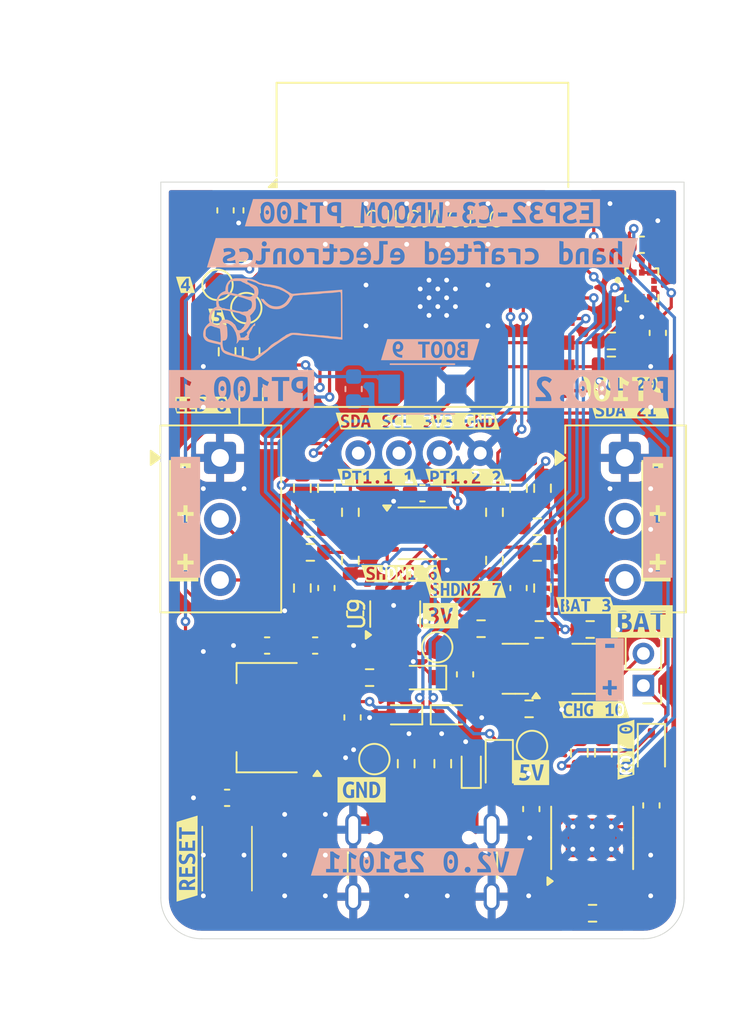
<source format=kicad_pcb>
(kicad_pcb (version 20241229) (generator "pcbnew") (generator_version "9.0")
  (title_block (comment 4 "AISLER Project ID: GSYNATTN"))
  (layers (0 "F.Cu" signal) (2 "B.Cu" signal) (13 "F.Paste" user) (15 "B.Paste" user) (5 "F.SilkS" user "F.Silkscreen") (7 "B.SilkS" user "B.Silkscreen") (1 "F.Mask" user) (3 "B.Mask" user) (25 "Edge.Cuts" user))
  (net 0 "")
  (net 1 "+5V")
  (net 2 "GND")
  (net 3 "+3.3V")
  (net 4 "/Controller/GPIO9")
  (net 5 "/Controller/EN")
  (net 6 "/Controller/USB-")
  (net 7 "Net-(D5-A)")
  (net 8 "/Controller/USB+")
  (net 9 "/Controller/GPIO8")
  (net 12 "Net-(J4-CC2)")
  (net 13 "Net-(J4-CC1)")
  (net 14 "/Power Supply/battery+")
  (net 15 "Net-(J5-Pin_2)")
  (net 16 "Net-(J6-Pin_2)")
  (net 17 "Net-(U4A--)")
  (net 18 "Net-(U4B--)")
  (net 19 "/Controller/PT100_2")
  (net 20 "/Controller/PT100_1")
  (net 21 "/Controller/SHDN2")
  (net 22 "/Controller/SHDN1")
  (net 23 "/Controller/I2C_SDA")
  (net 24 "/Controller/I2C_SCL")
  (net 25 "USB5V")
  (net 26 "/Power Supply/battery-")
  (net 27 "Net-(U3-VCC)")
  (net 28 "Net-(Q1A-D)")
  (net 29 "Net-(Q1B-G)")
  (net 30 "Net-(Q1A-G)")
  (net 31 "Net-(U3-CS)")
  (net 32 "Net-(U6-ISET)")
  (net 33 "/Controller/CHARGING")
  (net 34 "/Controller/UBAT")
  (net 37 "+1.8V")
  (net 38 "Net-(D6-A)")
  (net 40 "Net-(U1-IO5)")
  (net 41 "/Controller/READY")
  (net 42 "Net-(U1-IO4)")
  (net 43 "Net-(U4A-+)")
  (net 44 "Net-(R10-Pad1)")
  (net 45 "Net-(U4B-+)")
  (net 46 "Net-(R13-Pad1)")
  (net 47 "Net-(J5-Pin_3)")
  (net 48 "Net-(J6-Pin_3)")
  (footprint "Resistor_SMD:R_0603_1608Metric" (layer "F.Cu") (at 148.3 77.69 -90)
    (property "Reference" "R26" (hide yes))
    (property "Value" "3K3")
  )
  (footprint "Resistor_SMD:R_0603_1608Metric" (layer "F.Cu") (at 147.975 81.69 180)
    (property "Reference" "R14" (hide yes))
    (property "Value" "10K")
  )
  (footprint "kibuzzard-68EE7166" (layer "F.Cu") (at 126 65)
    (property "Reference" "kibuzzard-68EE7166" (hide yes))
    (property "Value" "G***" (hide yes))
  )
  (footprint "Diode_SMD:D_SOD-323" (layer "F.Cu") (at 155.1 94 -90)
    (property "Reference" "D8" (hide yes))
    (property "Value" "1N5819WS")
  )
  (footprint "Resistor_SMD:R_0603_1608Metric" (layer "F.Cu") (at 152.6 70)
    (property "Reference" "R22" (hide yes))
    (property "Value" "10k")
  )
  (footprint "Capacitor_SMD:C_0603_1608Metric" (layer "F.Cu") (at 128.5 60.358 -90)
    (property "Reference" "C4" (hide yes))
    (property "Value" "10u 25V")
  )
  (footprint "Resistor_SMD:R_0603_1608Metric" (layer "F.Cu") (at 150.6 94.2 -90)
    (property "Reference" "R18" (hide yes))
    (property "Value" "10K")
  )
  (footprint "Resistor_SMD:R_0603_1608Metric" (layer "F.Cu") (at 137.5 89.5)
    (property "Reference" "R3" (hide yes))
    (property "Value" "5k1")
  )
  (footprint "Resistor_SMD:R_0603_1608Metric" (layer "F.Cu") (at 136.3 82.19 -90)
    (property "Reference" "R29" (hide yes))
    (property "Value" "1M")
  )
  (footprint "Capacitor_SMD:C_0603_1608Metric" (layer "F.Cu") (at 155.1 97.475 -90)
    (property "Reference" "C13" (hide yes))
    (property "Value" "4u7")
  )
  (footprint "kibuzzard-68E98065" (layer "F.Cu") (at 127 72.5)
    (property "Reference" "kibuzzard-68E98065" (hide yes))
    (property "Value" "G***" (hide yes))
  )
  (footprint "Connector_PinHeader_2.00mm:PinHeader_1x02_P2.00mm_Vertical" (layer "F.Cu") (at 154.6 90 180)
    (property "Reference" "J8" (hide yes))
    (property "Value" "Conn_01x02_Pin")
  )
  (footprint "Resistor_SMD:R_0603_1608Metric" (layer "F.Cu") (at 152.6 68.5)
    (property "Reference" "R23" (hide yes))
    (property "Value" "10k")
  )
  (footprint "Capacitor_SMD:C_0603_1608Metric" (layer "F.Cu") (at 134.1 87.5)
    (property "Reference" "C3" (hide yes))
    (property "Value" "100n")
  )
  (footprint "Resistor_SMD:R_0603_1608Metric" (layer "F.Cu") (at 151.425 104.2)
    (property "Reference" "R16" (hide yes))
    (property "Value" "10K")
  )
  (footprint "Capacitor_SMD:C_0603_1608Metric" (layer "F.Cu") (at 154.5 62.5)
    (property "Reference" "C15" (hide yes))
    (property "Value" "100n")
  )
  (footprint "_PS_LIB_PCB:Xunpu TS-1088" (layer "F.Cu") (at 128.6 100.792 90)
    (property "Reference" "SW2" (hide yes))
    (property "Value" "SW_MEC_5G")
  )
  (footprint "TestPoint:TestPoint_Pad_D1.5mm" (layer "F.Cu") (at 141.726639 87.605882)
    (property "Reference" "TP4" (hide yes))
    (property "Value" "TestPoint")
  )
  (footprint "TestPoint:TestPoint_Pad_D1.5mm" (layer "F.Cu") (at 137.797625 94.584547)
    (property "Reference" "TP3" (hide yes))
    (property "Value" "TestPoint")
  )
  (footprint "Resistor_SMD:R_0603_1608Metric" (layer "F.Cu") (at 139.784 94.87 90)
    (property "Reference" "R2" (hide yes))
    (property "Value" "5k1")
  )
  (footprint "kibuzzard-68EE71C0" (layer "F.Cu") (at 153.511829 94 90)
    (property "Reference" "kibuzzard-68EE71C0" (hide yes))
    (property "Value" "G***" (hide yes))
  )
  (footprint "Resistor_SMD:R_0603_1608Metric" (layer "F.Cu") (at 133.3 83.915 90)
    (property "Reference" "R27" (hide yes))
    (property "Value" "3K3")
  )
  (footprint "TerminalBlock_Phoenix:TerminalBlock_Phoenix_MKDS-1-3-3.81_1x03_P3.81mm_Horizontal" (layer "F.Cu") (at 153.44 75.792 -90)
    (property "Reference" "J6" (hide yes))
    (property "Value" "Conn_01x03_Socket")
  )
  (footprint "Resistor_SMD:R_0603_1608Metric" (layer "F.Cu") (at 151.275 86.5)
    (property "Reference" "R21" (hide yes))
    (property "Value" "100K")
  )
  (footprint "Resistor_SMD:R_0603_1608Metric" (layer "F.Cu") (at 130.1 69.175 90)
    (property "Reference" "R6" (hide yes))
    (property "Value" "5k1")
  )
  (footprint "Capacitor_SMD:C_0603_1608Metric" (layer "F.Cu") (at 130.132 60.358 -90)
    (property "Reference" "C5" (hide yes))
    (property "Value" "100n")
  )
  (footprint "Resistor_SMD:R_0603_1608Metric" (layer "F.Cu") (at 147.975 80.09 180)
    (property "Reference" "R13" (hide yes))
    (property "Value" "10K")
  )
  (footprint "Resistor_SMD:R_0603_1608Metric" (layer "F.Cu") (at 134.8 77.69 90)
    (property "Reference" "R10" (hide yes))
    (property "Value" "91R")
  )
  (footprint "Capacitor_SMD:C_0603_1608Metric" (layer "F.Cu") (at 147.6 97.7 -90)
    (property "Reference" "C6" (hide yes))
    (property "Value" "100n")
  )
  (footprint "Resistor_SMD:R_0603_1608Metric" (layer "F.Cu") (at 148.1 86.5)
    (property "Reference" "R20" (hide yes))
    (property "Value" "100K")
  )
  (footprint "kibuzzard-68E97FD1" (layer "F.Cu") (at 151 85)
    (property "Reference" "kibuzzard-68E97FD1" (hide yes))
    (property "Value" "G***" (hide yes))
  )
  (footprint "BMP388:PQFN50P200X200X80-10N" (layer "F.Cu") (at 154.5 65)
    (property "Reference" "U8" (hide yes))
    (property "Value" "BMP388")
  )
  (footprint "Capacitor_SMD:C_0603_1608Metric" (layer "F.Cu") (at 155.5 68 -90)
    (property "Reference" "C16" (hide yes))
    (property "Value" "100n")
  )
  (footprint "RF_Module:ESP32-C3-WROOM-02" (layer "F.Cu") (at 140.8 65.608)
    (property "Reference" "U1" (hide yes))
    (property "Value" "ESP32-C3-WROOM-02")
  )
  (footprint "Diode_SMD:D_SOD-323" (layer "F.Cu") (at 145.6 95 -90)
    (property "Reference" "D2" (hide yes))
    (property "Value" "1N5819WS")
  )
  (footprint "Resistor_SMD:R_0603_1608Metric" (layer "F.Cu") (at 133.8 81.69)
    (property "Reference" "R9" (hide yes))
    (property "Value" "10K")
  )
  (footprint "kibuzzard-68E98172" (layer "F.Cu") (at 153.5 72)
    (property "Reference" "kibuzzard-68E98172" (hide yes))
    (property "Value" "G***" (hide yes))
  )
  (footprint "Resistor_SMD:R_0603_1608Metric" (layer "F.Cu") (at 145.3 82.19 -90)
    (property "Reference" "R12" (hide yes))
    (property "Value" "1M")
  )
  (footprint "Diode_SMD:D_SOD-523" (layer "F.Cu") (at 139.53 91.822 180)
    (property "Reference" "D1" (hide yes))
    (property "Value" "LESD5D5.0CT1G")
  )
  (footprint "kibuzzard-679A5C2F" (layer "F.Cu") (at 126.1 100.792 90)
    (property "Reference" "kibuzzard-679A5C2F" (hide yes))
    (property "Value" "G***" (hide yes))
  )
  (footprint "Resistor_SMD:R_0603_1608Metric" (layer "F.Cu") (at 152.1 94.2 -90)
    (property "Reference" "R19" (hide yes))
    (property "Value" "10K")
  )
  (footprint "Package_TO_SOT_SMD:SOT-23-6" (layer "F.Cu") (at 146.6 88.95 180)
    (property "Reference" "U3" (hide yes))
    (property "Value" "DW01A")
  )
  (footprint "Resistor_SMD:R_0603_1608Metric" (layer "F.Cu") (at 136.3 79.19 90)
    (property "Reference" "R17" (hide yes))
    (property "Value" "1M")
  )
  (footprint "Resistor_SMD:R_0603_1608Metric" (layer "F.Cu") (at 144.4625 86.45 180)
    (property "Reference" "R7" (hide yes))
    (property "Value" "100R")
  )
  (footprint "Capacitor_SMD:C_0603_1608Metric" (layer "F.Cu") (at 136.434 91.987 -90)
    (property "Reference" "C1" (hide yes))
    (property "Value" "10u 25V")
  )
  (footprint "kibuzzard-68E9870E" (layer "F.Cu") (at 147.608008 95.425975)
    (property "Reference" "kibuzzard-68E9870E" (hide yes))
    (property "Value" "G***" (hide yes))
  )
  (footprint "Resistor_SMD:R_0603_1608Metric" (layer "F.Cu") (at 133.3 77.69 -90)
    (property "Reference" "R28" (hide yes))
    (property "Value" "3K3")
  )
  (footprint "Resistor_SMD:R_0603_1608Metric" (layer "F.Cu") (at 128.6 69.175 -90)
    (property "Reference" "R5" (hide yes))
    (property "Value" "10k")
  )
  (footprint "Package_SO:SOIC-8-1EP_3.9x4.9mm_P1.27mm_EP2.41x3.3mm_ThermalVias" (layer "F.Cu") (at 151.4 99.5 90)
    (property "Reference" "U6" (hide yes))
    (property "Value" "TP4056")
  )
  (footprint "LED_SMD:LED_0603_1608Metric" (layer "F.Cu") (at 140.8 89.5 180)
    (property "Reference" "D5" (hide yes))
    (property "Value" "LED Rot")
  )
  (footprint "kibuzzard-68EE716B" (layer "F.Cu") (at 128 67)
    (property "Reference" "kibuzzard-68EE716B" (hide yes))
    (property "Value" "G***" (hide yes))
  )
  (footprint "Package_TO_SOT_SMD:SOT-223-3_TabPin2" (layer "F.Cu") (at 131.1 92 180)
    (property "Reference" "U2" (hide yes))
    (property "Value" "AMS1117-3.3")
  )
  (footprint "Resistor_SMD:R_0603_1608Metric" (layer "F.Cu") (at 148.3 83.915 90)
    (property "Reference" "R24" (hide yes))
    (property "Value" "3K3")
  )
  (footprint "Connector_USB:USB_C_Receptacle_GCT_USB4105-xx-A_16P_TopMnt_Horizontal" (layer "F.Cu") (at 140.8 102.092)
    (property "Reference" "J4" (hide yes))
    (property "Value" "USB_C_Receptacle_USB2.0_16P")
  )
  (footprint "LED_SMD:LED_0603_1608Metric" (layer "F.Cu") (at 130.1 72.2485 90)
    (property "Reference" "D6" (hide yes))
    (property "Value" "LED Blau")
  )
  (footprint "TestPoint:TestPoint_Pad_D1.5mm" (layer "F.Cu") (at 129.7987 66.449915)
    (property "Reference" "TP2" (hide yes))
    (property "Value" "TestPoint")
  )
  (footprint "Diode_SMD:D_SOD-523" (layer "F.Cu") (at 143.848 95.124 90)
    (property "Reference" "D4" (hide yes))
    (property "Value" "LESD5D5.0CT1G")
  )
  (footprint "Package_SO:VSSOP-10_3x3mm_P0.5mm" (layer "F.Cu") (at 140.8 80.5)
    (property "Reference" "U4" (hide yes))
    (property "Value" "TLV9002S")
  )
  (footprint "TestPoint:TestPoint_Pad_D1.5mm" (layer "F.Cu") (at 147.647283 93.766579)
    (property "Reference" "TP5" (hide yes))
    (property "Value" "TestPoint")
  )
  (footprint "Resistor_SMD:R_0603_1608Metric" (layer "F.Cu") (at 146.8 77.69 90)
    (property "Reference" "R15" (hide yes))
    (property "Value" "91R")
  )
  (footprint "Resistor_SMD:R_0603_1608Metric" (layer "F.Cu") (at 145.3 79.19 90)
    (property "Reference" "R25" (hide yes))
    (property "Value" "1M")
  )
  (footprint "kibuzzard-68E98035" (layer "F.Cu") (at 143.5 84)
    (property "Reference" "kibuzzard-68E98035" (hide yes))
    (property "Value" "G***" (hide yes))
  )
  (footprint "Capacitor_SMD:C_0603_1608Metric" (layer "F.Cu") (at 134.8 83.915 -90)
    (property "Reference" "C11" (hide yes))
    (property "Value" "10n")
  )
  (footprint "kibuzzard-68E97FF2" (layer "F.Cu") (at 139.5 83)
    (property "Reference" "kibuzzard-68E97FF2" (hide yes))
    (property "Value" "G***" (hide yes))
  )
  (footprint "kibuzzard-68E98378" (layer "F.Cu") (at 155.391151 79.715915)
    (property "Reference" "kibuzzard-68E98378" (hide yes))
    (property "Value" "G***" (hide yes))
  )
  (footprint "Resistor_SMD:R_0603_1608Metric" (layer "F.Cu") (at 142.07 94.87 90)
    (property "Reference" "R1" (hide yes))
    (property "Value" "5k1")
  )
  (footprint "Package_TO_SOT_SMD:SOT-23-5" (layer "F.Cu") (at 139.1 85.5375 90)
    (property "Reference" "U9")
    (property "Value" "XC6220B181MR")
  )
  (footprint "kibuzzard-68E980D7" (layer "F.Cu") (at 140.5 73.5)
    (property "Reference" "kibuzzard-68E980D7" (hide yes))
    (property "Value" "G***" (hide yes))
  )
  (footprint "Diode_SMD:D_SOD-523" (layer "F.Cu") (at 142.578 91.822)
    (property "Reference" "D3" (hide yes))
    (property "Value" "LESD5D5.0CT1G")
  )
  (footprint "TestPoint:TestPoint_Pad_D1.5mm" (layer "F.Cu") (at 128 65)
    (property "Reference" "TP1" (hide yes))
    (property "Value" "TestPoint")
  )
  (footprint "kibuzzard-68EE7185" (layer "F.Cu") (at 138 77)
    (property "Reference" "kibuzzard-68EE7185" (hide yes))
    (property "Value" "G***" (hide yes))
  )
  (footprint "Capacitor_SMD:C_0603_1608Metric" (layer "F.Cu") (at 128.6 97 180)
    (property "Reference" "C8" (hide yes))
    (property "Value" "100n")
  )
  (footprint "TerminalBlock_Phoenix:TerminalBlock_Phoenix_MKDS-1-3-3.81_1x03_P3.81mm_Horizontal" (layer "F.Cu") (at 128.16 75.792 -90)
    (property "Reference" "J5" (hide yes))
    (property "Value" "Conn_01x03_Socket")
  )
  (footprint "kibuzzard-68E986B5" (layer "F.Cu") (at 141.932836 85.64058)
    (property "Reference" "kibuzzard-68E986B5" (hide yes))
    (property "Value" "G***" (hide yes))
  )
  (footprint "Capacitor_SMD:C_0603_1608Metric" (layer "F.Cu") (at 136.6 85.5 -90)
    (property "Reference" "C14" (hide yes))
    (property "Value" "100n")
  )
  (footprint "Capacitor_SMD:C_0603_1608Metric" (layer "F.Cu") (at 146.8 83.915 -90)
    (property "Reference" "C12" (hide yes))
    (property "Value" "10n")
  )
  (footprint "Package_TO_SOT_SMD:SOT-23-6" (layer "F.Cu") (at 150.9625 88.95 180)
    (property "Reference" "Q1" (hide yes))
    (property "Value" "Dual_NMOS_8205A")
  )
  (footprint "Resistor_SMD:R_0603_1608Metric" (layer "F.Cu") (at 147.4625 91.45)
    (property "Reference" "R8" (hide yes))
    (property "Value" "1K")
  )
  (footprint "kibuzzard-68E986EB" (layer "F.Cu") (at 137 96.5)
    (property "Reference" "kibuzzard-68E986EB" (hide yes))
    (property "Value" "G***" (hide yes))
  )
  (footprint "Capacitor_SMD:C_0603_1608Metric" (layer "F.Cu") (at 143.4625 89.3 -90)
    (property "Reference" "C9" (hide yes))
    (property "Value" "100n")
  )
  (footprint "Resistor_SMD:R_0603_1608Metric" (layer "F.Cu") (at 133.8 80.19)
    (property "Reference" "R11" (hide yes))
    (property "Value" "10K")
  )
  (footprint "kibuzzard-68E98378" (layer "F.Cu") (at 125.891151 79.715915)
    (property "Reference" "kibuzzard-68E98378" (hide yes))
    (property "Value" "G***" (hide yes))
  )
  (footprint "kibuzzard-68EE718D" (layer "F.Cu") (at 143.5 77)
    (property "Reference" "kibuzzard-68EE718D" (hide yes))
    (property "Value" "G***" (hide yes))
  )
  (footprint "Capacitor_SMD:C_0603_1608Metric" (layer "F.Cu") (at 131.1 87.5 180)
    (property "Reference" "C2" (hide yes))
    (property "Value" "10u 25V")
  )
  (footprint "kibuzzard-68EE71B1" (layer "F.Cu") (at 151.5 91.5)
    (property "Reference" "kibuzzard-68EE71B1" (hide yes))
    (property "Value" "G***" (hide yes))
  )
  (footprint "kibuzzard-68E985AE" (layer "F.Cu") (at 154.5 86)
    (property "Reference" "kibuzzard-68E985AE" (hide yes))
    (property "Value" "G***" (hide yes))
  )
  (footprint "Resistor_SMD:R_0603_1608Metric" (layer "F.Cu") (at 129.5 62.97547 180)
    (property "Reference" "R4" (hide yes))
    (property "Value" "10k")
  )
  (footprint "Capacitor_SMD:C_0603_1608Metric" (layer "F.Cu") (at 140.8 78 180)
    (property "Reference" "C10" (hide yes))
    (property "Value" "100n")
  )
  (footprint "kibuzzard-68EE7E4D" (layer "B.Cu") (at 126 79.5 180)
    (property "Reference" "kibuzzard-68EE7E4D" (hide yes))
    (property "Value" "G***" (hide yes))
  )
  (footprint "Capacitor_SMD:C_0603_1608Metric" (layer "B.Cu") (at 136.5 71.5 -90)
    (property "Reference" "C7" (hide yes))
    (property "Value" "100n")
  )
  (footprint "_PS_LIB_PCB:Xunpu TS-1088" (layer "B.Cu") (at 140.8 71.5 180)
    (property "Reference" "SW1" (hide yes))
    (property "Value" "SW_MEC_5G")
  )
  (footprint "kibuzzard-68E97F46" (layer "B.Cu") (at 141.285445 69.04351 180)
    (property "Reference" "kibuzzard-68E97F46" (hide yes))
    (property "Value" "G***" (hide yes))
  )
  (footprint "kibuzzard-679A571E" (layer "B.Cu") (at 140.8 63 180)
    (property "Reference" "kibuzzard-679A571E" (hide yes))
    (property "Value" "G***" (hide yes))
  )
  (footprint "kibuzzard-68E983D3" (layer "B.Cu") (at 129.5 71.5 180)
    (property "Reference" "kibuzzard-68E983D3" (hide yes))
    (property "Value" "G***" (hide yes))
  )
  (footprint "kibuzzard-68E983DB" (layer "B.Cu") (at 152 71.5 180)
    (property "Reference" "kibuzzard-68E983DB" (hide yes))
    (property "Value" "G***" (hide yes))
  )
  (footprint "kibuzzard-68EE7E42" (layer "B.Cu") (at 155.5 79.5 180)
    (property "Reference" "kibuzzard-68EE7E42" (hide yes))
    (property "Value" "G***" (hide yes))
  )
  (footprint "kibuzzard-68E9858B" (layer "B.Cu") (at 152.5 89 180)
    (property "Reference" "kibuzzard-68E9858B" (hide yes))
    (property "Value" "G***" (hide yes))
  )
  (footprint "kibuzzard-68E9848D" (layer "B.Cu") (at 140.8 60.5 180)
    (property "Reference" "kibuzzard-68E9848D" (hide yes))
    (property "Value" "G***" (hide yes))
  )
  (footprint "_PS_LIB_PCB:Faust_logo" (layer "B.Cu") (at 131.5 67 -90)
    (property "Reference" "G***" (hide yes))
    (property "Value" "LOGO" (hide yes))
  )
  (footprint "kibuzzard-68E98408" (layer "B.Cu") (at 140.5 101 180)
    (property "Reference" "kibuzzard-68E98408" (hide yes))
    (property "Value" "G***" (hide yes))
  )
  (footprint "_PS_LIB_PCB:SSD1306_0.96_Oled" (layer "B.Cu") (at 140.6 87 180)
    (property "Reference" "U5" (hide yes))
    (property "Value" "OLED_SSD1306")
  )
  (gr_line (start 124.46 58.592) (end 157.14 58.592) (stroke (width 0.05)) (layer "Edge.Cuts"))
  (gr_arc (start 127 105.792) (mid 125.203949 105.048051) (end 124.46 103.252) (stroke (width 0.05)) (layer "Edge.Cuts"))
  (gr_line (start 154.6 105.792) (end 127 105.792) (stroke (width 0.05)) (layer "Edge.Cuts"))
  (gr_line (start 124.46 103.252) (end 124.46 58.592) (stroke (width 0.05)) (layer "Edge.Cuts"))
  (gr_arc (start 157.14 103.252) (mid 156.396051 105.048051) (end 154.6 105.792) (stroke (width 0.05)) (layer "Edge.Cuts"))
  (gr_line (start 157.14 58.592) (end 157.14 103.252) (stroke (width 0.05)) (layer "Edge.Cuts"))
  (gr_text "JLCJLCJLCJLC" (at 135.5 61.5 0) (layer "F.SilkS") (effects (font (size 1 1) (thickness 0.1)) (justify left bottom)))
  (segment (start 145.6 93.6) (end 145 93) (width 0.2) (layer "F.Cu") (net 1))
  (segment (start 145.6 93.95) (end 146.05 93.5) (width 0.2) (layer "F.Cu") (net 1))
  (segment (start 150.111936 94.076) (end 153.974 94.076) (width 0.2) (layer "F.Cu") (net 1))
  (segment (start 145.6 93.95) (end 145.6 93.6) (width 0.2) (layer "F.Cu") (net 1))
  (segment (start 134.922 89.7) (end 134.25 89.7) (width 0.2) (layer "F.Cu") (net 1))
  (segment (start 136.646 91) (end 136.434 91.212) (width 0.2) (layer "F.Cu") (net 1))
  (segment (start 149.535936 93.5) (end 150.111936 94.076) (width 0.2) (layer "F.Cu") (net 1))
  (segment (start 136.434 91.212) (end 134.922 89.7) (width 0.2) (layer "F.Cu") (net 1))
  (segment (start 146.05 93.5) (end 147.5 93.5) (width 0.2) (layer "F.Cu") (net 1))
  (segment (start 137.5 91) (end 136.646 91) (width 0.2) (layer "F.Cu") (net 1))
  (segment (start 153.974 94.076) (end 155.1 92.95) (width 0.2) (layer "F.Cu") (net 1))
  (segment (start 147.5 93.5) (end 149.535936 93.5) (width 0.2) (layer "F.Cu") (net 1))
  (via (at 137.5 91) (size 0.6) (drill 0.3) (layers "F.Cu" "B.Cu") (net 1))
  (via (at 145 93) (size 0.6) (drill 0.3) (layers "F.Cu" "B.Cu") (net 1))
  (segment (start 145 93) (end 144 93) (width 0.2) (layer "B.Cu") (net 1))
  (segment (start 144 93) (end 142.357185 91.357185) (width 0.2) (layer "B.Cu") (net 1))
  (segment (start 137.857185 91.357185) (end 137.5 91) (width 0.2) (layer "B.Cu") (net 1))
  (segment (start 142.357185 91.357185) (end 137.857185 91.357185) (width 0.2) (layer "B.Cu") (net 1))
  (segment (start 137.076 81.765176) (end 137.076 82.239) (width 0.2) (layer "F.Cu") (net 2))
  (segment (start 155 66.3579) (end 154.42895 66.92895) (width 0.2) (layer "F.Cu") (net 2))
  (segment (start 134.25 94.3) (end 135.8 94.3) (width 0.2) (layer "F.Cu") (net 2))
  (segment (start 137.076 82.239) (end 136.3 83.015) (width 0.2) (layer "F.Cu") (net 2))
  (segment (start 152.035 103.985) (end 152.25 104.2) (width 0.2) (layer "F.Cu") (net 2))
  (segment (start 135.8 94.3) (end 136 94.5) (width 0.2) (layer "F.Cu") (net 2))
  (segment (start 127.825 97) (end 126.5 97) (width 0.2) (layer "F.Cu") (net 2))
  (segment (start 138.6 81) (end 137.841176 81) (width 0.2) (layer "F.Cu") (net 2))
  (segment (start 134.8 84.69) (end 134.8 84.515) (width 0.2) (layer "F.Cu") (net 2))
  (segment (start 148.2875 91.45) (end 149.45 91.45) (width 0.2) (layer "F.Cu") (net 2))
  (segment (start 143.848 93.848) (end 143.5 93.5) (width 0.2) (layer "F.Cu") (net 2))
  (segment (start 139.784 93.175) (end 139.959 93) (width 0.2) (layer "F.Cu") (net 2))
  (segment (start 139.5 78) (end 139 78.5) (width 0.2) (layer "F.Cu") (net 2))
  (segment (start 139.358824 81) (end 138.6 81) (width 0.2) (layer "F.Cu") (net 2))
  (segment (start 143.848 94.424) (end 143.848 93.848) (width 0.2) (layer "F.Cu") (net 2))
  (segment (start 134.8 76.865) (end 134.489064 76.865) (width 0.2) (layer "F.Cu") (net 2))
  (segment (start 140.025 78) (end 139.5 78) (width 0.2) (layer "F.Cu") (net 2))
  (segment (start 144.322 91.822) (end 144.5 92) (width 0.2) (layer "F.Cu") (net 2))
  (segment (start 140.228999 88.5) (end 140.5 88.5) (width 0.2) (layer "F.Cu") (net 2))
  (segment (start 134.8 84.515) (end 136.3 83.015) (width 0.2) (layer "F.Cu") (net 2))
  (segment (start 143.278 91.822) (end 144.322 91.822) (width 0.2) (layer "F.Cu") (net 2))
  (segment (start 155.1 98.25) (end 154.55 98.8) (width 0.2) (layer "F.Cu") (net 2))
  (segment (start 155 64.235) (end 155 62.775) (width 0.2) (layer "F.Cu") (net 2))
  (segment (start 140.025 80.333824) (end 139.358824 81) (width 0.2) (layer "F.Cu") (net 2))
  (segment (start 140.025 78) (end 140.025 80.333824) (width 0.2) (layer "F.Cu") (net 2))
  (segment (start 154.42895 66.92895) (end 154.5 67) (width 0.2) (layer "F.Cu") (net 2))
  (segment (start 134.11 84) (end 133 84) (width 0.2) (layer "F.Cu") (net 2))
  (segment (start 155 62.775) (end 155.275 62.5) (width 0.2) (layer "F.Cu") (net 2))
  (segment (start 142.07 93.07) (end 142 93) (width 0.2) (layer "F.Cu") (net 2))
  (segment (start 152.1 86.5) (end 153 86.5) (width 0.2) (layer "F.Cu") (net 2))
  (segment (start 136.434 93.934) (end 136.5 94) (width 0.2) (layer "F.Cu") (net 2))
  (segment (start 154.5 64.235) (end 155 64.235) (width 0.2) (layer "F.Cu") (net 2))
  (segment (start 140.5 88.5) (end 141.5 89.5) (width 0.2) (layer "F.Cu") (net 2))
  (segment (start 136.6 86.275) (end 136.6 87.4) (width 0.2) (layer "F.Cu") (net 2))
  (segment (start 155.275 62.5) (end 155.275 61.225) (width 0.2) (layer "F.Cu") (net 2))
  (segment (start 154.55 98.8) (end 152.6 98.8) (width 0.2) (layer "F.Cu") (net 2))
  (segment (start 134.489064 76.865) (end 133.624064 76) (width 0.2) (layer "F.Cu") (net 2))
  (segment (start 139.784 94.045) (end 139.784 93.175) (width 0.2) (layer "F.Cu") (net 2))
  (segment (start 130.325 87.5) (end 129 87.5) (width 0.2) (layer "F.Cu") (net 2))
  (segment (start 136.6 87.4) (end 136.5 87.5) (width 0.2) (layer "F.Cu") (net 2))
  (segment (start 154 65.765) (end 153.856493 65.765) (width 0.2) (layer "F.Cu") (net 2))
  (segment (start 147.6 99.4) (end 147.5 99.5) (width 0.2) (layer "F.Cu") (net 2))
  (segment (start 142.07 94.045) (end 142.07 93.07) (width 0.2) (layer "F.Cu") (net 2))
  (segment (start 137.841176 81) (end 137.076 81.765176) (width 0.2) (layer "F.Cu") (net 2))
  (segment (start 155.275 61.225) (end 155.5 61) (width 0.2) (layer "F.Cu") (net 2))
  (segment (start 153.856493 65.765) (end 153.121493 66.5) (width 0.2) (layer "F.Cu") (net 2))
  (segment (start 134.875 87.5) (end 136.5 87.5) (width 0.2) (layer "F.Cu") (net 2))
  (segment (start 152.035 100.765) (end 152.035 103.985) (width 0.2) (layer "F.Cu") (net 2))
  (segment (start 136.434 92.762) (end 136.434 93.934) (width 0.2) (layer "F.Cu") (net 2))
  (segment (start 149.45 91.45) (end 149.5 91.5) (width 0.2) (layer "F.Cu") (net 2))
  (segment (start 152.6 100.2) (end 152.035 100.765) (width 0.2) (layer "F.Cu") (net 2))
  (segment (start 147.6 98.475) (end 147.6 99.4) (width 0.2) (layer "F.Cu") (net 2))
  (segment (start 138.83 91.822) (end 137.678 91.822) (width 0.2) (layer "F.Cu") (net 2))
  (segment (start 152.1 88) (end 152.1 86.5) (width 0.2) (layer "F.Cu") (net 2))
  (segment (start 137.678 91.822) (end 137.5 92) (width 0.2) (layer "F.Cu") (net 2))
  (segment (start 155 65.765) (end 155 66.3579) (width 0.2) (layer "F.Cu") (net 2))
  (segment (start 134.8 84.69) (end 134.11 84) (width 0.2) (layer "F.Cu") (net 2))
  (segment (start 133.624064 76) (end 132.5 76) (width 0.2) (layer "F.Cu") (net 2))
  (segment (start 141.5 89.5) (end 141.5875 89.5) (width 0.2) (layer "F.Cu") (net 2))
  (via (at 132.195477 85.333) (size 0.6) (drill 0.3) (layers "F.Cu" "B.Cu") (net 2))
  (via (at 127.115477 77.713) (size 0.6) (drill 0.3) (layers "F.Cu" "B.Cu") (net 2))
  (via (at 154.5 67) (size 0.6) (drill 0.3) (layers "F.Cu" "B.Cu") (net 2))
  (via (at 142.355477 59.933) (size 0.6) (drill 0.3) (layers "F.Cu" "B.Cu") (net 2))
  (via (at 134.735477 103.113) (size 0.6) (drill 0.3) (layers "F.Cu" "B.Cu") (net 2))
  (via (at 137.5 92) (size 0.6) (drill 0.3) (layers "F.Cu" "B.Cu") (net 2))
  (via (at 127.115477 70.093) (size 0.6) (drill 0.3) (layers "F.Cu" "B.Cu") (net 2))
  (via (at 137.275477 62.473) (size 0.6) (drill 0.3) (layers "F.Cu" "B.Cu") (net 2))
  (via (at 127.115477 72.633) (size 0.6) (drill 0.3) (layers "F.Cu" "B.Cu") (net 2))
  (via (at 139.815477 59.933) (size 0.6) (drill 0.3) (layers "F.Cu" "B.Cu") (net 2))
  (via (at 137.275477 59.933) (size 0.6) (drill 0.3) (layers "F.Cu" "B.Cu") (net 2))
  (via (at 152.515477 77.713) (size 0.6) (drill 0.3) (layers "F.Cu" "B.Cu") (net 2))
  (via (at 155.055477 80.253) (size 0.6) (drill 0.3) (layers "F.Cu" "B.Cu") (net 2))
  (via (at 134.735477 62.473) (size 0.6) (drill 0.3) (layers "F.Cu" "B.Cu") (net 2))
  (via (at 134.735477 98.033) (size 0.6) (drill 0.3) (layers "F.Cu" "B.Cu") (net 2))
  (via (at 155.055477 82.793) (size 0.6) (drill 0.3) (layers "F.Cu" "B.Cu") (net 2))
  (via (at 143.5 93.5) (size 0.6) (drill 0.3) (layers "F.Cu" "B.Cu") (net 2))
  (via (at 144.895477 59.933) (size 0.6) (drill 0.3) (layers "F.Cu" "B.Cu") (net 2))
  (via (at 129 87.5) (size 0.6) (drill 0.3) (layers "F.Cu" "B.Cu") (net 2))
  (via (at 139 85) (size 0.6) (drill 0.3) (layers "F.Cu" "B.Cu") (net 2))
  (via (at 129.655477 100.573) (size 0.6) (drill 0.3) (layers "F.Cu" "B.Cu") (net 2))
  (via (at 152.515477 59.933) (size 0.6) (drill 0.3) (layers "F.Cu" "B.Cu") (net 2))
  (via (at 139.959 93) (size 0.6) (drill 0.3) (layers "F.Cu" "B.Cu") (net 2))
  (via (at 147.435477 59.933) (size 0.6) (drill 0.3) (layers "F.Cu" "B.Cu") (net 2))
  (via (at 147.435477 103.113) (size 0.6) (drill 0.3) (layers "F.Cu" "B.Cu") (net 2))
  (via (at 153 86.5) (size 0.6) (drill 0.3) (layers "F.Cu" "B.Cu") (net 2))
  (via (at 136.5 87.5) (size 0.6) (drill 0.3) (layers "F.Cu" "B.Cu") (net 2))
  (via (at 137.275477 67.553) (size 0.6) (drill 0.3) (layers "F.Cu" "B.Cu") (net 2))
  (via (at 132.195477 98.033) (size 0.6) (drill 0.3) (layers "F.Cu" "B.Cu") (net 2))
  (via (at 144.895477 67.553) (size 0.6) (drill 0.3) (layers "F.Cu" "B.Cu") (net 2))
  (via (at 139.815477 62.473) (size 0.6) (drill 0.3) (layers "F.Cu" "B.Cu") (net 2))
  (via (at 155.055477 100.573) (size 0.6) (drill 0.3) (layers "F.Cu" "B.Cu") (net 2))
  (via (at 140.228999 88.5) (size 0.6) (drill 0.3) (layers "F.Cu" "B.Cu") (net 2))
  (via (at 142.355477 62.473) (size 0.6) (drill 0.3) (layers "F.Cu" "B.Cu") (net 2))
  (via (at 142.355477 103.113) (size 0.6) (drill 0.3) (layers "F.Cu" "B.Cu") (net 2))
  (via (at 134.735477 100.573) (size 0.6) (drill 0.3) (layers "F.Cu" "B.Cu") (net 2))
  (via (at 144.5 92) (size 0.6) (drill 0.3) (layers "F.Cu" "B.Cu") (net 2))
  (via (at 134.735477 59.933) (size 0.6) (drill 0.3) (layers "F.Cu" "B.Cu") (net 2))
  (via (at 142 93) (size 0.6) (drill 0.3) (layers "F.Cu" "B.Cu") (net 2))
  (via (at 127.115477 100.573) (size 0.6) (drill 0.3) (layers "F.Cu" "B.Cu") (net 2))
  (via (at 142.355477 82.793) (size 0.6) (drill 0.3) (layers "F.Cu" "B.Cu") (net 2))
  (via (at 147.5 99.5) (size 0.6) (drill 0.3) (layers "F.Cu" "B.Cu") (net 2))
  (via (at 132.195477 100.573) (size 0.6) (drill 0.3) (layers "F.Cu" "B.Cu") (net 2))
  (via (at 153.121493 66.5) (size 0.6) (drill 0.3) (layers "F.Cu" "B.Cu") (net 2))
  (via (at 149.5 91.5) (size 0.6) (drill 0.3) (layers "F.Cu" "B.Cu") (net 2))
  (via (at 155.055477 77.713) (size 0.6) (drill 0.3) (layers "F.Cu" "B.Cu") (net 2))
  (via (at 132.195477 103.113) (size 0.6) (drill 0.3) (layers "F.Cu" "B.Cu") (net 2))
  (via (at 127.115477 103.113) (size 0.6) (drill 0.3) (layers "F.Cu" "B.Cu") (net 2))
  (via (at 144.895477 65.013) (size 0.6) (drill 0.3) (layers "F.Cu" "B.Cu") (net 2))
  (via (at 155.055477 70.093) (size 0.6) (drill 0.3) (layers "F.Cu" "B.Cu") (net 2))
  (via (at 136 94.5) (size 0.6) (drill 0.3) (layers "F.Cu" "B.Cu") (net 2))
  (via (at 139 78.5) (size 0.6) (drill 0.3) (layers "F.Cu" "B.Cu") (net 2))
  (via (at 144.895477 62.473) (size 0.6) (drill 0.3) (layers "F.Cu" "B.Cu") (net 2))
  (via (at 129.321378 61.141146) (size 0.6) (drill 0.3) (layers "F.Cu" "B.Cu") (net 2))
  (via (at 155.055477 72.633) (size 0.6) (drill 0.3) (layers "F.Cu" "B.Cu") (net 2))
  (via (at 136.5 94) (size 0.6) (drill 0.3) (layers "F.Cu" "B.Cu") (net 2))
  (via (at 147.435477 95.493) (size 0.6) (drill 0.3) (layers "F.Cu" "B.Cu") (net 2))
  (via (at 155.055477 103.113) (size 0.6) (drill 0.3) (layers "F.Cu" "B.Cu") (net 2))
  (via (at 139.815477 103.113) (size 0.6) (drill 0.3) (layers "F.Cu" "B.Cu") (net 2))
  (via (at 129.655477 77.713) (size 0.6) (drill 0.3) (layers "F.Cu" "B.Cu") (net 2))
  (via (at 155.5 61) (size 0.6) (drill 0.3) (layers "F.Cu" "B.Cu") (net 2))
  (via (at 126.5 97) (size 0.6) (drill 0.3) (layers "F.Cu" "B.Cu") (net 2))
  (via (at 127.115477 87.873) (size 0.6) (drill 0.3) (layers "F.Cu" "B.Cu") (net 2))
  (via (at 137.275477 100.573) (size 0.6) (drill 0.3) (layers "F.Cu" "B.Cu") (net 2))
  (via (at 137.275477 65.013) (size 0.6) (drill 0.3) (layers "F.Cu" "B.Cu") (net 2))
  (segment (start 153.725 61.775) (end 154 61.5) (width 0.2) (layer "F.Cu") (net 3))
  (segment (start 155.5 67.225) (end 154.225 68.5) (width 0.2) (layer "F.Cu") (net 3))
  (segment (start 136.675 89.5) (end 135.451 88.276) (width 0.2) (layer "F.Cu") (net 3))
  (segment (start 155.5 65.485) (end 155.265 65.25) (width 0.2) (layer "F.Cu") (net 3))
  (segment (start 130.04 59.675) (end 130.132 59.583) (width 0.2) (layer "F.Cu") (net 3))
  (segment (start 127.5 85.5) (end 126 84) (width 0.2) (layer "F.Cu") (net 3))
  (segment (start 153.725 62.5) (end 153.725 63.96) (width 0.2) (layer "F.Cu") (net 3))
  (segment (start 152.5 73) (end 144.37 73) (width 0.2) (layer "F.Cu") (net 3))
  (segment (start 136.675 89.235) (end 136.675 89.5) (width 0.2) (layer "F.Cu") (net 3))
  (segment (start 131.875 87.5) (end 133.325 87.5) (width 0.2) (layer "F.Cu") (net 3))
  (segment (start 140.477942 87.899) (end 140.578942 88) (width 0.2) (layer "F.Cu") (net 3))
  (segment (start 152.1 93.375) (end 150.6 93.375) (width 0.2) (layer "F.Cu") (net 3))
  (segment (start 130.7469 74.899) (end 134.63195 74.899) (width 0.2) (layer "F.Cu") (net 3))
  (segment (start 145.976943 92.627) (end 144.175943 90.826) (width 0.2) (layer "F.Cu") (net 3))
  (segment (start 138.15 88) (end 139.879056 88) (width 0.2) (layer "F.Cu") (net 3))
  (segment (start 128.57353 63) (end 128.549 62.97547) (width 0.2) (layer "F.Cu") (net 3))
  (segment (start 142.6865 90.52411) (end 142.6865 88.565743) (width 0.2) (layer "F.Cu") (net 3))
  (segment (start 126 84) (end 126 75.3521) (width 0.2) (layer "F.Cu") (net 3))
  (segment (start 153.735 64.75) (end 153.735 64.5) (width 0.2) (layer "F.Cu") (net 3))
  (segment (start 139.879056 88) (end 139.980056 87.899) (width 0.2) (layer "F.Cu") (net 3))
  (segment (start 156.34 65.5) (end 156.34 66.385) (width 0.2) (layer "F.Cu") (net 3))
  (segment (start 128.6 70) (end 126.5 67.9) (width 0.2) (layer "F.Cu") (net 3))
  (segment (start 153.725 62.5) (end 153.725 61.775) (width 0.2) (layer "F.Cu") (net 3))
  (segment (start 153.425 68.5) (end 153.425 70) (width 0.2) (layer "F.Cu") (net 3))
  (segment (start 141.332521 88) (end 141.726639 87.605882) (width 0.2) (layer "F.Cu") (net 3))
  (segment (start 156.34 66.385) (end 155.5 67.225) (width 0.2) (layer "F.Cu") (net 3))
  (segment (start 140.578942 88) (end 141.332521 88) (width 0.2) (layer "F.Cu") (net 3))
  (segment (start 153.425 70) (end 153.425 72.075) (width 0.2) (layer "F.Cu") (net 3))
  (segment (start 126.5 67.9) (end 126.5 64.224) (width 0.2) (layer "F.Cu") (net 3))
  (segment (start 138.15 88) (end 138.15 88.025) (width 0.2) (layer "F.Cu") (net 3))
  (segment (start 126 75.3521) (end 128.6 72.7521) (width 0.2) (layer "F.Cu") (net 3))
  (segment (start 127.724 63) (end 127.724 60.359) (width 0.2) (layer "F.Cu") (net 3))
  (segment (start 134.63195 74.899) (end 136.412096 76.679146) (width 0.2) (layer "F.Cu") (net 3))
  (segment (start 154.225 68.5) (end 153.425 68.5) (width 0.2) (layer "F.Cu") (net 3))
  (segment (start 138.15 88.025) (end 136.675 89.5) (width 0.2) (layer "F.Cu") (net 3))
  (segment (start 153.735 64.5) (end 154 64.235) (width 0.2) (layer "F.Cu") (net 3))
  (segment (start 135.451 88.276) (end 134.101 88.276) (width 0.2) (layer "F.Cu") (net 3))
  (segment (start 134.101 88.276) (end 133.325 87.5) (width 0.2) (layer "F.Cu") (net 3))
  (segment (start 128.6 70) (end 128.6 72.7521) (width 0.2) (layer "F.Cu") (net 3))
  (segment (start 138.15 86.275) (end 138.15 88) (width 0.2) (layer "F.Cu") (net 3))
  (segment (start 153.425 72.075) (end 152.5 73) (width 0.2) (layer "F.Cu") (net 3))
  (segment (start 131.875 87.5) (end 131.875 91.625) (width 0.2) (layer "F.Cu") (net 3))
  (segment (start 128.5 59.583) (end 130.132 59.583) (width 0.2) (layer "F.Cu") (net 3))
  (segment (start 144.175943 90.826) (end 142.98839 90.826) (width 0.2) (layer "F.Cu") (net 3))
  (segment (start 129.875 85.5) (end 127.5 85.5) (width 0.2) (layer "F.Cu") (net 3))
  (segment (start 127.74853 62.97547) (end 127.724 63) (width 0.2) (layer "F.Cu") (net 3))
  (segment (start 131.875 87.5) (end 129.875 85.5) (width 0.2) (layer "F.Cu") (net 3))
  (segment (start 142.6865 88.565743) (end 141.726639 87.605882) (width 0.2) (layer "F.Cu") (net 3))
  (segment (start 130.157 59.608) (end 130.132 59.583) (width 0.2) (layer "F.Cu") (net 3))
  (segment (start 128.6 72.7521) (end 130.7469 74.899) (width 0.2) (layer "F.Cu") (net 3))
  (segment (start 140.690854 76.679146) (end 141.87 75.5) (width 0.2) (layer "F.Cu") (net 3))
  (segment (start 144.37 73) (end 141.87 75.5) (width 0.2) (layer "F.Cu") (net 3))
  (segment (start 131.81 59.608) (end 130.157 59.608) (width 0.2) (layer "F.Cu") (net 3))
  (segment (start 136.412096 76.679146) (end 140.690854 76.679146) (width 0.2) (layer "F.Cu") (net 3))
  (segment (start 153.725 63.96) (end 154 64.235) (width 0.2) (layer "F.Cu") (net 3))
  (segment (start 139.980056 87.899) (end 140.477942 87.899) (width 0.2) (layer "F.Cu") (net 3))
  (segment (start 149.852 92.627) (end 145.976943 92.627) (width 0.2) (layer "F.Cu") (net 3))
  (segment (start 155.5 67.225) (end 155.5 65.485) (width 0.2) (layer "F.Cu") (net 3))
  (segment (start 150.6 93.375) (end 149.852 92.627) (width 0.2) (layer "F.Cu") (net 3))
  (segment (start 126.5 64.224) (end 127.724 63) (width 0.2) (layer "F.Cu") (net 3))
  (segment (start 127.724 60.359) (end 128.5 59.583) (width 0.2) (layer "F.Cu") (net 3))
  (segment (start 128.675 62.97547) (end 127.74853 62.97547) (width 0.2) (layer "F.Cu") (net 3))
  (segment (start 142.98839 90.826) (end 142.6865 90.52411) (width 0.2) (layer "F.Cu") (net 3))
  (via (at 156.34 65.5) (size 0.6) (drill 0.3) (layers "F.Cu" "B.Cu") (net 3))
  (via (at 154 61.5) (size 0.6) (drill 0.3) (layers "F.Cu" "B.Cu") (net 3))
  (segment (start 154 61.5) (end 154 63.16) (width 0.2) (layer "B.Cu") (net 3))
  (segment (start 154 63.16) (end 156.34 65.5) (width 0.2) (layer "B.Cu") (net 3))
  (segment (start 133.5 70) (end 132.158 70) (width 0.2) (layer "F.Cu") (net 4))
  (segment (start 132.158 70) (end 132.05 70.108) (width 0.2) (layer "F.Cu") (net 4))
  (via (at 133.5 70) (size 0.6) (drill 0.3) (layers "F.Cu" "B.Cu") (net 4))
  (segment (start 136.5 70.725) (end 134.225 70.725) (width 0.2) (layer "B.Cu") (net 4))
  (segment (start 137.95 70.725) (end 136.5 70.725) (width 0.2) (layer "B.Cu") (net 4))
  (segment (start 138.725 71.5) (end 137.95 70.725) (width 0.2) (layer "B.Cu") (net 4))
  (segment (start 134.225 70.725) (end 133.5 70) (width 0.2) (layer "B.Cu") (net 4))
  (segment (start 127.724 96.224) (end 126 94.5) (width 0.2) (layer "F.Cu") (net 5))
  (segment (start 126 87) (end 126 86) (width 0.2) (layer "F.Cu") (net 5))
  (segment (start 126 94.5) (end 126 87) (width 0.2) (layer "F.Cu") (net 5))
  (segment (start 129.375 97) (end 128.599 96.224) (width 0.2) (layer "F.Cu") (net 5))
  (segment (start 131.748 61.108) (end 130.325 62.531) (width 0.2) (layer "F.Cu") (net 5))
  (segment (start 128.6 98.717) (end 128.6 97.775) (width 0.2) (layer "F.Cu") (net 5))
  (segment (start 128.599 96.224) (end 127.724 96.224) (width 0.2) (layer "F.Cu") (net 5))
  (segment (start 130.325 62.531) (end 130.325 63.675) (width 0.2) (layer "F.Cu") (net 5))
  (segment (start 128.6 97.775) (end 129.375 97) (width 0.2) (layer "F.Cu") (net 5))
  (segment (start 130.325 63.675) (end 130 64) (width 0.2) (layer "F.Cu") (net 5))
  (segment (start 132.05 61.108) (end 131.748 61.108) (width 0.2) (layer "F.Cu") (net 5))
  (via (at 130 64) (size 0.6) (drill 0.3) (layers "F.Cu" "B.Cu") (net 5))
  (via (at 126 86) (size 0.6) (drill 0.3) (layers "F.Cu" "B.Cu") (net 5))
  (segment (start 130 64) (end 128 64) (width 0.2) (layer "B.Cu") (net 5))
  (segment (start 126 66) (end 126 86) (width 0.2) (layer "B.Cu") (net 5))
  (segment (start 128 64) (end 126 66) (width 0.2) (layer "B.Cu") (net 5))
  (segment (start 140.78241 97.537) (end 141.05 97.80459) (width 0.2) (layer "F.Cu") (net 6))
  (segment (start 140.05 98.412) (end 140.05 97.80459) (width 0.2) (layer "F.Cu") (net 6))
  (segment (start 140.23 91.822) (end 140.559 92.151) (width 0.2) (layer "F.Cu") (net 6))
  (segment (start 140.05 97.80459) (end 140.31759 97.537) (width 0.2) (layer "F.Cu") (net 6))
  (segment (start 140.559 92.151) (end 140.559 97.524) (width 0.2) (layer "F.Cu") (net 6))
  (segment (start 151 67.108) (end 149.31 67.108) (width 0.2) (layer "F.Cu") (net 6))
  (segment (start 140.828999 90.956184) (end 140.629 90.756185) (width 0.2) (layer "F.Cu") (net 6))
  (segment (start 140.23 91.822) (end 140.828999 91.223001) (width 0.2) (layer "F.Cu") (net 6))
  (segment (start 140.23 92.014) (end 140.23 91.822) (width 0.2) (layer "F.Cu") (net 6))
  (segment (start 141.05 97.80459) (end 141.05 98.412) (width 0.2) (layer "F.Cu") (net 6))
  (segment (start 140.828999 91.223001) (end 140.828999 90.956184) (width 0.2) (layer "F.Cu") (net 6))
  (segment (start 140.546 97.537) (end 140.78241 97.537) (width 0.2) (layer "F.Cu") (net 6))
  (segment (start 140.31759 97.537) (end 140.546 97.537) (width 0.2) (layer "F.Cu") (net 6))
  (segment (start 140.559 97.524) (end 140.546 97.537) (width 0.2) (layer "F.Cu") (net 6))
  (via (at 151 67.108) (size 0.6) (drill 0.3) (layers "F.Cu" "B.Cu") (net 6))
  (via (at 140.629 90.756185) (size 0.6) (drill 0.3) (layers "F.Cu" "B.Cu") (net 6))
  (segment (start 150 68.108) (end 151 67.108) (width 0.2) (layer "B.Cu") (net 6))
  (segment (start 140.828999 90.556186) (end 140.828999 87.011902) (width 0.2) (layer "B.Cu") (net 6))
  (segment (start 150 77.840901) (end 150 68.108) (width 0.2) (layer "B.Cu") (net 6))
  (segment (start 140.629 90.756185) (end 140.828999 90.556186) (width 0.2) (layer "B.Cu") (net 6))
  (segment (start 140.828999 87.011902) (end 150 77.840901) (width 0.2) (layer "B.Cu") (net 6))
  (segment (start 140.3125 89.5) (end 138.325 89.5) (width 0.2) (layer "F.Cu") (net 7))
  (segment (start 150.96 65.82) (end 150.748 65.608) (width 0.2) (layer "F.Cu") (net 8))
  (segment (start 141.55 97.144) (end 141.55 98.412) (width 0.2) (layer "F.Cu") (net 8))
  (segment (start 141.878 91.822) (end 141.279001 91.223001) (width 0.2) (layer "F.Cu") (net 8))
  (segment (start 141.878 91.822) (end 141.295 92.405) (width 0.2) (layer "F.Cu") (net 8))
  (segment (start 141.55 98.412) (end 141.55 99.01941) (width 0.2) (layer "F.Cu") (net 8))
  (segment (start 141.279001 90.956184) (end 141.479 90.756185) (width 0.2) (layer "F.Cu") (net 8))
  (segment (start 141.295 96.889) (end 141.55 97.144) (width 0.2) (layer "F.Cu") (net 8))
  (segment (start 140.81759 99.287) (end 140.55 99.01941) (width 0.2) (layer "F.Cu") (net 8))
  (segment (start 141.295 92.405) (end 141.295 96.889) (width 0.2) (layer "F.Cu") (net 8))
  (segment (start 141.279001 91.223001) (end 141.279001 90.956184) (width 0.2) (layer "F.Cu") (net 8))
  (segment (start 141.28241 99.287) (end 140.81759 99.287) (width 0.2) (layer "F.Cu") (net 8))
  (segment (start 140.55 99.01941) (end 140.55 98.412) (width 0.2) (layer "F.Cu") (net 8))
  (segment (start 140.55 98.412) (end 140.559 98.403) (width 0.2) (layer "F.Cu") (net 8))
  (segment (start 150.748 65.608) (end 149.31 65.608) (width 0.2) (layer "F.Cu") (net 8))
  (segment (start 141.55 99.01941) (end 141.28241 99.287) (width 0.2) (layer "F.Cu") (net 8))
  (segment (start 151.5 65.82) (end 150.96 65.82) (width 0.2) (layer "F.Cu") (net 8))
  (via (at 151.5 65.82) (size 0.6) (drill 0.3) (layers "F.Cu" "B.Cu") (net 8))
  (via (at 141.479 90.756185) (size 0.6) (drill 0.3) (layers "F.Cu" "B.Cu") (net 8))
  (segment (start 150.450001 68.507942) (end 151.601 67.356943) (width 0.2) (layer "B.Cu") (net 8))
  (segment (start 141.479 90.756185) (end 141.279001 90.556186) (width 0.2) (layer "B.Cu") (net 8))
  (segment (start 150.450001 78.027294) (end 150.450001 68.507942) (width 0.2) (layer "B.Cu") (net 8))
  (segment (start 151.5 66.758057) (end 151.5 65.82) (width 0.2) (layer "B.Cu") (net 8))
  (segment (start 151.601 67.356943) (end 151.601 66.859057) (width 0.2) (layer "B.Cu") (net 8))
  (segment (start 151.601 66.859057) (end 151.5 66.758057) (width 0.2) (layer "B.Cu") (net 8))
  (segment (start 141.279001 87.198294) (end 150.450001 78.027294) (width 0.2) (layer "B.Cu") (net 8))
  (segment (start 141.279001 90.556186) (end 141.279001 87.198294) (width 0.2) (layer "B.Cu") (net 8))
  (segment (start 130.358 68.608) (end 130.1 68.35) (width 0.2) (layer "F.Cu") (net 9))
  (segment (start 132.05 68.608) (end 130.358 68.608) (width 0.2) (layer "F.Cu") (net 9))
  (segment (start 128.6 68.35) (end 130.1 68.35) (width 0.2) (layer "F.Cu") (net 9))
  (segment (start 142.55 97.128) (end 142.07 96.648) (width 0.2) (layer "F.Cu") (net 12))
  (segment (start 142.07 96.648) (end 142.07 95.695) (width 0.2) (layer "F.Cu") (net 12))
  (segment (start 142.55 98.412) (end 142.55 97.128) (width 0.2) (layer "F.Cu") (net 12))
  (segment (start 139.935 95.846) (end 139.784 95.695) (width 0.2) (layer "F.Cu") (net 13))
  (segment (start 139.55 98.412) (end 139.55 95.929) (width 0.2) (layer "F.Cu") (net 13))
  (segment (start 139.55 95.929) (end 139.784 95.695) (width 0.2) (layer "F.Cu") (net 13))
  (segment (start 155.1 95.05) (end 156 94.15) (width 0.2) (layer "F.Cu") (net 14))
  (segment (start 153.63 96.7) (end 153.305 97.025) (width 0.2) (layer "F.Cu") (net 14))
  (segment (start 145.2875 86.45) (end 147.225 86.45) (width 0.2) (layer "F.Cu") (net 14))
  (segment (start 156 94.15) (end 156 91.4) (width 0.2) (layer "F.Cu") (net 14))
  (segment (start 155.1 96.7) (end 155.1 95.05) (width 0.2) (layer "F.Cu") (net 14))
  (segment (start 147.225 86.45) (end 147.275 86.5) (width 0.2) (layer "F.Cu") (net 14))
  (segment (start 156 87) (end 156 88.6) (width 0.2) (layer "F.Cu") (net 14))
  (segment (start 147.275 86.5) (end 148.275 85.5) (width 0.2) (layer "F.Cu") (net 14))
  (segment (start 155.1 96.7) (end 153.63 96.7) (width 0.2) (layer "F.Cu") (net 14))
  (segment (start 156 88.6) (end 154.6 90) (width 0.2) (layer "F.Cu") (net 14))
  (segment (start 148.275 85.5) (end 154.5 85.5) (width 0.2) (layer "F.Cu") (net 14))
  (segment (start 154.5 85.5) (end 156 87) (width 0.2) (layer "F.Cu") (net 14))
  (segment (start 156 91.4) (end 154.6 90) (width 0.2) (layer "F.Cu") (net 14))
  (segment (start 130.1825 81.69) (end 129.99625 81.50375) (width 0.2) (layer "F.Cu") (net 15))
  (segment (start 132.975 81.69) (end 130.1825 81.69) (width 0.2) (layer "F.Cu") (net 15))
  (segment (start 133.35 81.69) (end 134.8 83.14) (width 0.2) (layer "F.Cu") (net 15))
  (segment (start 128.1825 79.69) (end 129.99625 81.50375) (width 0.2) (layer "F.Cu") (net 15))
  (segment (start 132.975 81.69) (end 133.35 81.69) (width 0.2) (layer "F.Cu") (net 15))
  (segment (start 146.889064 83.14) (end 146.8 83.14) (width 0.2) (layer "F.Cu") (net 16))
  (segment (start 151.352 81.69) (end 148.8 81.69) (width 0.2) (layer "F.Cu") (net 16))
  (segment (start 148.8 81.69) (end 148.339064 81.69) (width 0.2) (layer "F.Cu") (net 16))
  (segment (start 148.339064 81.69) (end 146.889064 83.14) (width 0.2) (layer "F.Cu") (net 16))
  (segment (start 153.44 79.602) (end 151.352 81.69) (width 0.2) (layer "F.Cu") (net 16))
  (segment (start 136.125 80.19) (end 136.3 80.015) (width 0.2) (layer "F.Cu") (net 17))
  (segment (start 134.625 80.19) (end 136.125 80.19) (width 0.2) (layer "F.Cu") (net 17))
  (segment (start 138.6 80) (end 136.315 80) (width 0.2) (layer "F.Cu") (net 17))
  (segment (start 136.315 80) (end 136.3 80.015) (width 0.2) (layer "F.Cu") (net 17))
  (segment (start 146.975 80.015) (end 147.15 80.19) (width 0.2) (layer "F.Cu") (net 18))
  (segment (start 144.815 80.5) (end 145.3 80.015) (width 0.2) (layer "F.Cu") (net 18))
  (segment (start 145.3 80.015) (end 146.975 80.015) (width 0.2) (layer "F.Cu") (net 18))
  (segment (start 143 80.5) (end 144.815 80.5) (width 0.2) (layer "F.Cu") (net 18))
  (segment (start 143 80) (end 143.758824 80) (width 0.2) (layer "F.Cu") (net 19))
  (segment (start 145.511 78.154) (end 145.511 75.489) (width 0.2) (layer "F.Cu") (net 19))
  (segment (start 147.100264 67) (end 147.1 66.999736) (width 0.2) (layer "F.Cu") (net 19))
  (segment (start 143.758824 80) (end 145.3 78.458824) (width 0.2) (layer "F.Cu") (net 19))
  (segment (start 147.608 62.608) (end 149.55 62.608) (width 0.2) (layer "F.Cu") (net 19))
  (segment (start 145.3 78.458824) (end 145.3 78.365) (width 0.2) (layer "F.Cu") (net 19))
  (segment (start 145.511 75.489) (end 147 74) (width 0.2) (layer "F.Cu") (net 19))
  (segment (start 145.3 78.365) (end 145.511 78.154) (width 0.2) (layer "F.Cu") (net 19))
  (segment (start 147.1 66.999736) (end 147.1 63.116) (width 0.2) (layer "F.Cu") (net 19))
  (segment (start 147.1 63.116) (end 147.608 62.608) (width 0.2) (layer "F.Cu") (net 19))
  (via (at 147.100264 67) (size 0.6) (drill 0.3) (layers "F.Cu" "B.Cu") (net 19))
  (via (at 147 74) (size 0.6) (drill 0.3) (layers "F.Cu" "B.Cu") (net 19))
  (segment (start 147 67.6) (end 147 74) (width 0.2) (layer "B.Cu") (net 19))
  (segment (start 147.100264 67.499736) (end 147 67.6) (width 0.2) (layer "B.Cu") (net 19))
  (segment (start 147.100264 67) (end 147.100264 67.499736) (width 0.2) (layer "B.Cu") (net 19))
  (segment (start 138.6 79.5) (end 137.435 79.5) (width 0.2) (layer "F.Cu") (net 20))
  (segment (start 147.608 61.108) (end 149.55 61.108) (width 0.2) (layer "F.Cu") (net 20))
  (segment (start 146.300261 67) (end 146.300261 62.415739) (width 0.2) (layer "F.Cu") (net 20))
  (segment (start 134.624064 75.5) (end 134 75.5) (width 0.2) (layer "F.Cu") (net 20))
  (segment (start 146.300261 62.415739) (end 147.608 61.108) (width 0.2) (layer "F.Cu") (net 20))
  (segment (start 137.435 79.5) (end 136.3 78.365) (width 0.2) (layer "F.Cu") (net 20))
  (segment (start 136.3 77.175936) (end 134.624064 75.5) (width 0.2) (layer "F.Cu") (net 20))
  (segment (start 136.3 78.365) (end 136.3 77.175936) (width 0.2) (layer "F.Cu") (net 20))
  (via (at 134 75.5) (size 0.6) (drill 0.3) (layers "F.Cu" "B.Cu") (net 20))
  (via (at 146.300261 67) (size 0.6) (drill 0.3) (layers "F.Cu" "B.Cu") (net 20))
  (segment (start 146.5 72.5) (end 145.5 73.5) (width 0.2) (layer "B.Cu") (net 20))
  (segment (start 146.300261 67.479471) (end 146.5 67.67921) (width 0.2) (layer "B.Cu") (net 20))
  (segment (start 136 73.5) (end 134 75.5) (width 0.2) (layer "B.Cu") (net 20))
  (segment (start 145.5 73.5) (end 136 73.5) (width 0.2) (layer "B.Cu") (net 20))
  (segment (start 146.5 67.67921) (end 146.5 72.5) (width 0.2) (layer "B.Cu") (net 20))
  (segment (start 146.300261 67) (end 146.300261 67.479471) (width 0.2) (layer "B.Cu") (net 20))
  (segment (start 142 81.5) (end 141 82.5) (width 0.2) (layer "F.Cu") (net 21))
  (segment (start 134.4 71.4) (end 134.4 67.9) (width 0.2) (layer "F.Cu") (net 21))
  (segment (start 134.4 67.9) (end 133.608 67.108) (width 0.2) (layer "F.Cu") (net 21))
  (segment (start 143 81.5) (end 142 81.5) (width 0.2) (layer "F.Cu") (net 21))
  (segment (start 133.608 67.108) (end 132.05 67.108) (width 0.2) (layer "F.Cu") (net 21))
  (via (at 141 82.5) (size 0.6) (drill 0.3) (layers "F.Cu" "B.Cu") (net 21))
  (via (at 134.4 71.4) (size 0.6) (drill 0.3) (layers "F.Cu" "B.Cu") (net 21))
  (segment (start 130.998 77.915043) (end 136.751057 83.6681) (width 0.2) (layer "B.Cu") (net 21))
  (segment (start 134.0329 71.4) (end 130.998 74.4349) (width 0.2) (layer "B.Cu") (net 21))
  (segment (start 130.998 74.4349) (end 130.998 77.915043) (width 0.2) (layer "B.Cu") (net 21))
  (segment (start 139.8319 83.6681) (end 141 82.5) (width 0.2) (layer "B.Cu") (net 21))
  (segment (start 136.751057 83.6681) (end 139.8319 83.6681) (width 0.2) (layer "B.Cu") (net 21))
  (segment (start 134.4 71.4) (end 134.0329 71.4) (width 0.2) (layer "B.Cu") (net 21))
  (segment (start 138.6 82.4) (end 138.5 82.5) (width 0.2) (layer "F.Cu") (net 22))
  (segment (start 140.05 86.275) (end 140.717372 86.275) (width 0.2) (layer "F.Cu") (net 22))
  (segment (start 134.108 65.608) (end 132.05 65.608) (width 0.2) (layer "F.Cu") (net 22))
  (segment (start 135 72) (end 135 66.5) (width 0.2) (layer "F.Cu") (net 22))
  (segment (start 140.717372 86.275) (end 140.996186 85.996186) (width 0.2) (layer "F.Cu") (net 22))
  (segment (start 138.6 81.5) (end 138.6 82.4) (width 0.2) (layer "F.Cu") (net 22))
  (segment (start 135 66.5) (end 134.108 65.608) (width 0.2) (layer "F.Cu") (net 22))
  (via (at 140.996186 85.996186) (size 0.6) (drill 0.3) (layers "F.Cu" "B.Cu") (net 22))
  (via (at 135 72) (size 0.6) (drill 0.3) (layers "F.Cu" "B.Cu") (net 22))
  (via (at 138.5 82.5) (size 0.6) (drill 0.3) (layers "F.Cu" "B.Cu") (net 22))
  (segment (start 134 72) (end 135 72) (width 0.2) (layer "B.Cu") (net 22))
  (segment (start 131.399 74.601) (end 134 72) (width 0.2) (layer "B.Cu") (net 22))
  (segment (start 136.150057 82.5) (end 131.399 77.748943) (width 0.2) (layer "B.Cu") (net 22))
  (segment (start 131.399 77.748943) (end 131.399 74.601) (width 0.2) (layer "B.Cu") (net 22))
  (segment (start 140.849943 81.5) (end 139.5 81.5) (width 0.2) (layer "B.Cu") (net 22))
  (segment (start 139.5 81.5) (end 138.5 82.5) (width 0.2) (layer "B.Cu") (net 22))
  (segment (start 138.5 82.5) (end 136.150057 82.5) (width 0.2) (layer "B.Cu") (net 22))
  (segment (start 141.601 82.251057) (end 140.849943 81.5) (width 0.2) (layer "B.Cu") (net 22))
  (segment (start 140.996186 85.996186) (end 141.601 85.391372) (width 0.2) (layer "B.Cu") (net 22))
  (segment (start 141.601 85.391372) (end 141.601 82.251057) (width 0.2) (layer "B.Cu") (net 22))
  (segment (start 151.775 68.5) (end 151.667 68.608) (width 0.2) (layer "F.Cu") (net 23))
  (segment (start 152.04689 68.5) (end 151.775 68.5) (width 0.2) (layer "F.Cu") (net 23))
  (segment (start 154.5 65.765) (end 154.5 66.04689) (width 0.2) (layer "F.Cu") (net 23))
  (segment (start 143.682 68.608) (end 149.55 68.608) (width 0.2) (layer "F.Cu") (net 23))
  (segment (start 136.79 75.5) (end 143.682 68.608) (width 0.2) (layer "F.Cu") (net 23))
  (segment (start 151.667 68.608) (end 149.55 68.608) (width 0.2) (layer "F.Cu") (net 23))
  (segment (start 154.5 66.04689) (end 152.04689 68.5) (width 0.2) (layer "F.Cu") (net 23))
  (segment (start 151.825735 70.158735) (end 151.775 70.108) (width 0.2) (layer "F.Cu") (net 24))
  (segment (start 139.33 75.5) (end 144.722 70.108) (width 0.2) (layer "F.Cu") (net 24))
  (segment (start 152.825735 65.174265) (end 152.90147 65.25) (width 0.2) (layer "F.Cu") (net 24))
  (segment (start 144.722 70.108) (end 149.55 70.108) (width 0.2) (layer "F.Cu") (net 24))
  (segment (start 151.775 70.108) (end 149.55 70.108) (width 0.2) (layer "F.Cu") (net 24))
  (segment (start 152.90147 65.25) (end 153.735 65.25) (width 0.2) (layer "F.Cu") (net 24))
  (segment (start 151.825735 71) (end 151.825735 70.158735) (width 0.2) (layer "F.Cu") (net 24))
  (via (at 152.825735 65.174265) (size 0.6) (drill 0.3) (layers "F.Cu" "B.Cu") (net 24))
  (via (at 151.825735 71) (size 0.6) (drill 0.3) (layers "F.Cu" "B.Cu") (net 24))
  (segment (start 152.521493 65.478507) (end 152.825735 65.174265) (width 0.2) (layer "B.Cu") (net 24))
  (segment (start 151.825735 68.266408) (end 152.521493 67.57065) (width 0.2) (layer "B.Cu") (net 24))
  (segment (start 152.521493 67.57065) (end 152.521493 65.478507) (width 0.2) (layer "B.Cu") (net 24))
  (segment (start 151.825735 71) (end 151.825735 68.266408) (width 0.2) (layer "B.Cu") (net 24))
  (segment (start 143.2 97.029) (end 143.848 96.381) (width 0.2) (layer "F.Cu") (net 25))
  (segment (start 139.363001 99.95) (end 142.11941 99.95) (width 0.2) (layer "F.Cu") (net 25))
  (segment (start 145.374 95.824) (end 145.6 96.05) (width 0.2) (layer "F.Cu") (net 25))
  (segment (start 143.2 98.412) (end 143.2 97.029) (width 0.2) (layer "F.Cu") (net 25))
  (segment (start 145.6 96.05) (end 145.95 96.05) (width 0.2) (layer "F.Cu") (net 25))
  (segment (start 150.191 105.191) (end 148.5 103.5) (width 0.2) (layer "F.Cu") (net 25))
  (segment (start 145.95 96.05) (end 146.825 96.925) (width 0.2) (layer "F.Cu") (net 25))
  (segment (start 138.4 98.986999) (end 139.363001 99.95) (width 0.2) (layer "F.Cu") (net 25))
  (segment (start 153.309 105.191) (end 150.191 105.191) (width 0.2) (layer "F.Cu") (net 25))
  (segment (start 138.4 98.412) (end 138.4 98.986999) (width 0.2) (layer "F.Cu") (net 25))
  (segment (start 153.305 101.975) (end 153.5 102.17) (width 0.2) (layer "F.Cu") (net 25))
  (segment (start 147.6 96.925) (end 149.395 96.925) (width 0.2) (layer "F.Cu") (net 25))
  (segment (start 143.742529 95.824) (end 143.848 95.824) (width 0.2) (layer "F.Cu") (net 25))
  (segment (start 149.495 97.994) (end 149.495 97.025) (width 0.2) (layer "F.Cu") (net 25))
  (segment (start 149.449 98.551) (end 149.449 98.04) (width 0.2) (layer "F.Cu") (net 25))
  (segment (start 143.848 96.381) (end 143.848 95.824) (width 0.2) (layer "F.Cu") (net 25))
  (segment (start 153.5 105) (end 153.309 105.191) (width 0.2) (layer "F.Cu") (net 25))
  (segment (start 153.5 102.17) (end 153.5 105) (width 0.2) (layer "F.Cu") (net 25))
  (segment (start 148.5 103.5) (end 148.5 99.5) (width 0.2) (layer "F.Cu") (net 25))
  (segment (start 149.395 96.925) (end 149.495 97.025) (width 0.2) (layer "F.Cu") (net 25))
  (segment (start 149.449 98.04) (end 149.495 97.994) (width 0.2) (layer "F.Cu") (net 25))
  (segment (start 146.825 96.925) (end 147.6 96.925) (width 0.2) (layer "F.Cu") (net 25))
  (segment (start 142.11941 99.95) (end 143.2 98.86941) (width 0.2) (layer "F.Cu") (net 25))
  (segment (start 143.2 98.86941) (end 143.2 98.412) (width 0.2) (layer "F.Cu") (net 25))
  (segment (start 143.848 95.824) (end 145.374 95.824) (width 0.2) (layer "F.Cu") (net 25))
  (segment (start 148.5 99.5) (end 149.449 98.551) (width 0.2) (layer "F.Cu") (net 25))
  (segment (start 152.1 89.9) (end 149.774 92.226) (width 0.2) (layer "F.Cu") (net 26))
  (segment (start 152.1 89.9) (end 152.7 89.9) (width 0.2) (layer "F.Cu") (net 26))
  (segment (start 145.4625 91.464064) (end 145.4625 89.9) (width 0.2) (layer "F.Cu") (net 26))
  (segment (start 146.224436 92.226) (end 145.4625 91.464064) (width 0.2) (layer "F.Cu") (net 26))
  (segment (start 145.4625 89.9) (end 143.6375 89.9) (width 0.2) (layer "F.Cu") (net 26))
  (segment (start 149.774 92.226) (end 146.224436 92.226) (width 0.2) (layer "F.Cu") (net 26))
  (segment (start 152.7 89.9) (end 154.6 88) (width 0.2) (layer "F.Cu") (net 26))
  (segment (start 143.6375 89.9) (end 143.4625 90.075) (width 0.2) (layer "F.Cu") (net 26))
  (segment (start 143.6375 86.45) (end 143.6375 88.35) (width 0.2) (layer "F.Cu") (net 27))
  (segment (start 143.8875 88.95) (end 143.4625 88.525) (width 0.2) (layer "F.Cu") (net 27))
  (segment (start 145.4625 88.95) (end 143.8875 88.95) (width 0.2) (layer "F.Cu") (net 27))
  (segment (start 143.6375 88.35) (end 143.4625 88.525) (width 0.2) (layer "F.Cu") (net 27))
  (segment (start 149.825 88.95) (end 152.1 88.95) (width 0.2) (layer "F.Cu") (net 28))
  (segment (start 147.7375 88) (end 149.825 88) (width 0.2) (layer "F.Cu") (net 29))
  (segment (start 147.7375 89.9) (end 149.825 89.9) (width 0.2) (layer "F.Cu") (net 30))
  (segment (start 146.825 88.95) (end 147.7375 88.95) (width 0.2) (layer "F.Cu") (net 31))
  (segment (start 146.6375 91.45) (end 146.6375 89.1375) (width 0.2) (layer "F.Cu") (net 31))
  (segment (start 146.6375 89.1375) (end 146.825 88.95) (width 0.2) (layer "F.Cu") (net 31))
  (segment (start 150.765 104.035) (end 150.6 104.2) (width 0.2) (layer "F.Cu") (net 32))
  (segment (start 150.765 101.975) (end 150.765 104.035) (width 0.2) (layer "F.Cu") (net 32))
  (segment (start 150.6 95.025) (end 149.525 95.025) (width 0.2) (layer "F.Cu") (net 33))
  (segment (start 149.525 95.025) (end 149.5 95) (width 0.2) (layer "F.Cu") (net 33))
  (segment (start 149.55 71.608) (end 151.608 71.608) (width 0.2) (layer "F.Cu") (net 33))
  (segment (start 151.608 71.608) (end 152 72) (width 0.2) (layer "F.Cu") (net 33))
  (segment (start 150.765 95.19) (end 150.6 95.025) (width 0.2) (layer "F.Cu") (net 33))
  (segment (start 150.765 97.025) (end 150.765 95.19) (width 0.2) (layer "F.Cu") (net 33))
  (via (at 149.5 95) (size 0.6) (drill 0.3) (layers "F.Cu" "B.Cu") (net 33))
  (via (at 152 72) (size 0.6) (drill 0.3) (layers "F.Cu" "B.Cu") (net 33))
  (segment (start 153 72) (end 156.138 75.138) (width 0.2) (layer "B.Cu") (net 33))
  (segment (start 152 72) (end 153 72) (width 0.2) (layer "B.Cu") (net 33))
  (segment (start 156.138 91.7949) (end 153.9329 94) (width 0.2) (layer "B.Cu") (net 33))
  (segment (start 156.138 75.138) (end 156.138 91.7949) (width 0.2) (layer "B.Cu") (net 33))
  (segment (start 153.9329 94) (end 150.5 94) (width 0.2) (layer "B.Cu") (net 33))
  (segment (start 150.5 94) (end 149.5 95) (width 0.2) (layer "B.Cu") (net 33))
  (segment (start 151.108 64.108) (end 149.55 64.108) (width 0.2) (layer "F.Cu") (net 34))
  (segment (start 151.5 64.5) (end 151.108 64.108) (width 0.2) (layer "F.Cu") (net 34))
  (segment (start 148.925 86.5) (end 149.716858 86.5) (width 0.2) (layer "F.Cu") (net 34))
  (segment (start 150.45 86.5) (end 149.716858 86.5) (width 0.2) (layer "F.Cu") (net 34))
  (via (at 151.5 64.5) (size 0.6) (drill 0.3) (layers "F.Cu" "B.Cu") (net 34))
  (via (at 149.716858 86.5) (size 0.6) (drill 0.3) (layers "F.Cu" "B.Cu") (net 34))
  (segment (start 148.899 85.682142) (end 148.899 80.20684) (width 0.2) (layer "B.Cu") (net 34))
  (segment (start 152.120493 67.40455) (end 152.120493 65.120493) (width 0.2) (layer "B.Cu") (net 34))
  (segment (start 148.899 80.20684) (end 150.851001 78.254839) (width 0.2) (layer "B.Cu") (net 34))
  (segment (start 150.851001 68.674042) (end 152.120493 67.40455) (width 0.2) (layer "B.Cu") (net 34))
  (segment (start 152.120493 65.120493) (end 151.5 64.5) (width 0.2) (layer "B.Cu") (net 34))
  (segment (start 150.851001 78.254839) (end 150.851001 68.674042) (width 0.2) (layer "B.Cu") (net 34))
  (segment (start 149.716858 86.5) (end 148.899 85.682142) (width 0.2) (layer "B.Cu") (net 34))
  (segment (start 133.3 84.74) (end 134.001 85.441) (width 0.2) (layer "F.Cu") (net 37))
  (segment (start 134.001 85.441) (end 135.884 85.441) (width 0.2) (layer "F.Cu") (net 37))
  (segment (start 138.15 84.19) (end 138.15 84.499943) (width 0.2) (layer "F.Cu") (net 37))
  (segment (start 132.635 76.865) (end 132 77.5) (width 0.2) (layer "F.Cu") (net 37))
  (segment (start 141.575 80.765) (end 141.575 78) (width 0.2) (layer "F.Cu") (net 37))
  (segment (start 135.884 85.441) (end 136.6 84.725) (width 0.2) (layer "F.Cu") (net 37))
  (segment (start 138.15 84.19) (end 139.92 82.42) (width 0.2) (layer "F.Cu") (net 37))
  (segment (start 143 78.5) (end 143 79.5) (width 0.2) (layer "F.Cu") (net 37))
  (segment (start 139.92 82.42) (end 141.575 80.765) (width 0.2) (layer "F.Cu") (net 37))
  (segment (start 147.366 85.674) (end 148.3 84.74) (width 0.2) (layer "F.Cu") (net 37))
  (segment (start 143.224436 85.674) (end 147.366 85.674) (width 0.2) (layer "F.Cu") (net 37))
  (segment (start 139.970436 82.42) (end 139.92 82.42) (width 0.2) (layer "F.Cu") (net 37))
  (segment (start 143.224436 85.674) (end 139.970436 82.42) (width 0.2) (layer "F.Cu") (net 37))
  (segment (start 141.575 78) (end 142.5 78) (width 0.2) (layer "F.Cu") (net 37))
  (segment (start 137.135 84.19) (end 136.6 84.725) (width 0.2) (layer "F.Cu") (net 37))
  (segment (start 148.3 76.2) (end 148.5 76) (width 0.2) (layer "F.Cu") (net 37))
  (segment (start 133.3 76.865) (end 132.635 76.865) (width 0.2) (layer "F.Cu") (net 37))
  (segment (start 148.3 76.865) (end 148.3 76.2) (width 0.2) (layer "F.Cu") (net 37))
  (segment (start 142.5 78) (end 143 78.5) (width 0.2) (layer "F.Cu") (net 37))
  (segment (start 138.15 84.19) (end 137.135 84.19) (width 0.2) (layer "F.Cu") (net 37))
  (via (at 143 78.5) (size 0.6) (drill 0.3) (layers "F.Cu" "B.Cu") (net 37))
  (via (at 132 77.5) (size 0.6) (drill 0.3) (layers "F.Cu" "B.Cu") (net 37))
  (via (at 148.5 76) (size 0.6) (drill 0.3) (layers "F.Cu" "B.Cu") (net 37))
  (segment (start 143 78.5) (end 143 77.5) (width 0.2) (layer "B.Cu") (net 37))
  (segment (start 132 77.5) (end 143 77.5) (width 0.2) (layer "B.Cu") (net 37))
  (segment (start 143 77.5) (end 147 77.5) (width 0.2) (layer "B.Cu") (net 37))
  (segment (start 147 77.5) (end 148.5 76) (width 0.2) (layer "B.Cu") (net 37))
  (segment (start 130.1 70) (end 130.1 71.461) (width 0.2) (layer "F.Cu") (net 38))
  (segment (start 129.7987 66.025577) (end 131.716277 64.108) (width 0.2) (layer "F.Cu") (net 40))
  (segment (start 129.7987 66.449915) (end 129.7987 66.025577) (width 0.2) (layer "F.Cu") (net 40))
  (segment (start 131.716277 64.108) (end 132.05 64.108) (width 0.2) (layer "F.Cu") (net 40))
  (segment (start 151.5 62) (end 151.5 60) (width 0.2) (layer "F.Cu") (net 41))
  (segment (start 152.035 95.09) (end 152.1 95.025) (width 0.2) (layer "F.Cu") (net 41))
  (segment (start 151.108 59.608) (end 149.55 59.608) (width 0.2) (layer "F.Cu") (net 41))
  (segment (start 151.5 60) (end 151.108 59.608) (width 0.2) (layer "F.Cu") (net 41))
  (segment (start 153.475 95.025) (end 153.5 95) (width 0.2) (layer "F.Cu") (net 41))
  (segment (start 152.035 97.025) (end 152.035 95.09) (width 0.2) (layer "F.Cu") (net 41))
  (segment (start 152.1 95.025) (end 153.475 95.025) (width 0.2) (layer "F.Cu") (net 41))
  (via (at 151.5 62) (size 0.6) (drill 0.3) (layers "F.Cu" "B.Cu") (net 41))
  (via (at 153.5 95) (size 0.6) (drill 0.3) (layers "F.Cu" "B.Cu") (net 41))
  (segment (start 153.5 95) (end 156.539 91.961) (width 0.2) (layer "B.Cu") (net 41))
  (segment (start 156.539 67.039) (end 151.5 62) (width 0.2) (layer "B.Cu") (net 41))
  (segment (start 156.539 91.961) (end 156.539 67.039) (width 0.2) (layer "B.Cu") (net 41))
  (segment (start 132.05 62.608) (end 131.506696 62.608) (width 0.2) (layer "F.Cu") (net 42))
  (segment (start 132.05 62.608) (end 131.892 62.608) (width 0.2) (layer "F.Cu") (net 42))
  (segment (start 130.726 63.774) (end 130.726 64.123943) (width 0.2) (layer "F.Cu") (net 42))
  (segment (start 129.849943 65) (end 128 65) (width 0.2) (layer "F.Cu") (net 42))
  (segment (start 131.892 62.608) (end 130.726 63.774) (width 0.2) (layer "F.Cu") (net 42))
  (segment (start 130.726 64.123943) (end 129.849943 65) (width 0.2) (layer "F.Cu") (net 42))
  (segment (start 138.6 80.5) (end 137.165 80.5) (width 0.2) (layer "F.Cu") (net 43))
  (segment (start 134.625 81.69) (end 135.975 81.69) (width 0.2) (layer "F.Cu") (net 43))
  (segment (start 135.975 81.69) (end 136.3 81.365) (width 0.2) (layer "F.Cu") (net 43))
  (segment (start 137.165 80.5) (end 136.3 81.365) (width 0.2) (layer "F.Cu") (net 43))
  (segment (start 134.625 78.69) (end 134.8 78.515) (width 0.2) (layer "F.Cu") (net 44))
  (segment (start 134.8 78.515) (end 133.3 78.515) (width 0.2) (layer "F.Cu") (net 44))
  (segment (start 132.975 78.84) (end 133.3 78.515) (width 0.2) (layer "F.Cu") (net 44))
  (segment (start 132.975 80.19) (end 132.975 78.84) (width 0.2) (layer "F.Cu") (net 44))
  (segment (start 145.3 81.365) (end 146.825 81.365) (width 0.2) (layer "F.Cu") (net 45))
  (segment (start 143 81) (end 144.935 81) (width 0.2) (layer "F.Cu") (net 45))
  (segment (start 146.825 81.365) (end 147.15 81.69) (width 0.2) (layer "F.Cu") (net 45))
  (segment (start 144.935 81) (end 145.3 81.365) (width 0.2) (layer "F.Cu") (net 45))
  (segment (start 146.8 78.515) (end 148.3 78.515) (width 0.2) (layer "F.Cu") (net 46))
  (segment (start 148.8 79.015) (end 148.3 78.515) (width 0.2) (layer "F.Cu") (net 46))
  (segment (start 148.8 80.19) (end 148.8 79.015) (width 0.2) (layer "F.Cu") (net 46))
  (segment (start 128.16 83.412) (end 132.978 83.412) (width 0.2) (layer "F.Cu") (net 47))
  (segment (start 132.978 83.412) (end 133.3 83.09) (width 0.2) (layer "F.Cu") (net 47))
  (segment (start 148.622 83.412) (end 148.3 83.09) (width 0.2) (layer "F.Cu") (net 48))
  (segment (start 153.44 83.412) (end 148.622 83.412) (width 0.2) (layer "F.Cu") (net 48))
  (zone (net 3) (net_name "+3.3V") (layer "F.Cu") (priority 1) (connect_pads (clearance 0.25)) (min_thickness 0.25) (fill yes (thermal_gap 0.5) (thermal_bridge_width 0.5))
    (polygon (pts (xy 126.95 90.1) (xy 126.95 93.9) (xy 128.05 95) (xy 134.55 95) (xy 135.25 94.3) (xy 135.25 89.5) (xy 135.25 88.95) (xy 133.775 87.025) (xy 131 87.025) (xy 130.560909 88.952667) (xy 128.1 88.95)))
  )
  (zone (net 0) (net_name "") (layer "F.Cu") (name "fgnf") (connect_pads (clearance 0)) (min_thickness 0.25)
    (keepout (tracks allowed) (vias allowed) (pads allowed) (copperpour not_allowed) (footprints allowed))
    (fill (thermal_gap 0.5) (thermal_bridge_width 0.5))
    (polygon (pts (xy 137.7 81.472782) (xy 139.8 81.472782) (xy 140.8 80.472782) (xy 140.8 78.222782) (xy 140.225 77.647782) (xy 139.625 77.647782) (xy 137.8 79.472782) (xy 137.7 79.472782)))
  )
  (zone (net 0) (net_name "") (layer "F.Cu") (name "dg") (connect_pads (clearance 0)) (min_thickness 0.25)
    (keepout (tracks allowed) (vias allowed) (pads allowed) (copperpour not_allowed) (footprints allowed))
    (fill (thermal_gap 0.5) (thermal_bridge_width 0.5))
    (polygon (pts (xy 133.025 83) (xy 133.025 81.715) (xy 130 81.715) (xy 131.285 83)))
  )
  (zone (net 2) (net_name "GND") (layers "F.Cu" "B.Cu") (name "gnd") (connect_pads (clearance 0.25)) (min_thickness 0.25) (fill yes (thermal_gap 0.5) (thermal_bridge_width 0.5))
    (polygon (pts (xy 124.472479 105.807356) (xy 157.5 106) (xy 157.5 58.5) (xy 124 58.5)))
  )
  (zone (net 0) (net_name "") (layer "B.Cu") (connect_pads (clearance 0)) (min_thickness 0.25)
    (keepout (tracks allowed) (vias allowed) (pads allowed) (copperpour not_allowed) (footprints allowed))
    (fill (thermal_gap 0.5) (thermal_bridge_width 0.5))
    (polygon (pts (xy 153 92) (xy 156.5 92) (xy 156.5 86.5) (xy 153 86.5)))
  )
)
</source>
